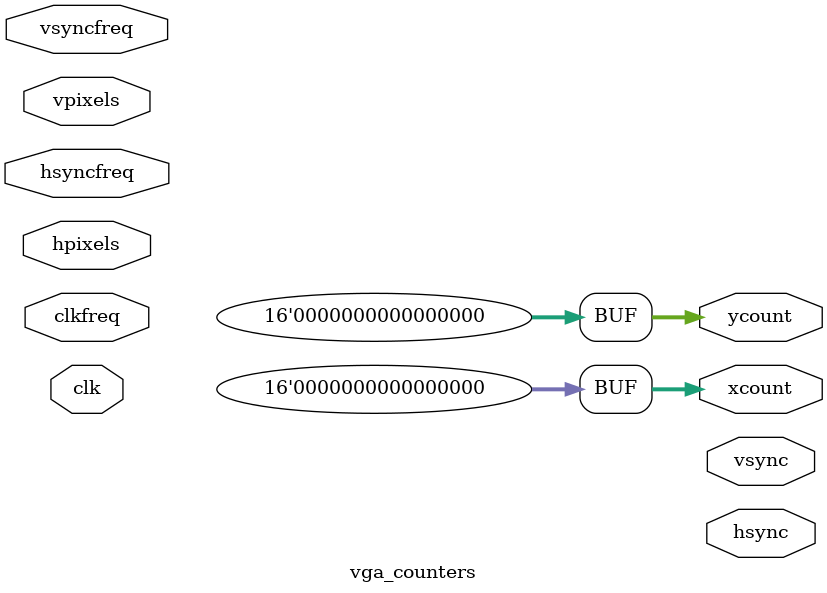
<source format=v>
module vga_counters(clk, clkfreq, hpixels, hsyncfreq, vpixels, vsyncfreq, xcount, ycount, hsync, vsync);
	input clk;
	input [31:0] clkfreq;
	
	input [15:0] hpixels, vpixels;
	input [31:0] hsyncfreq;
	input [7:0] vsyncfreq;
	
	output reg [15:0] xcount, ycount;
	output reg hsync, vsync;
	
	initial begin
		xcount = 0;
		ycount = 0;
	end
	
endmodule
</source>
